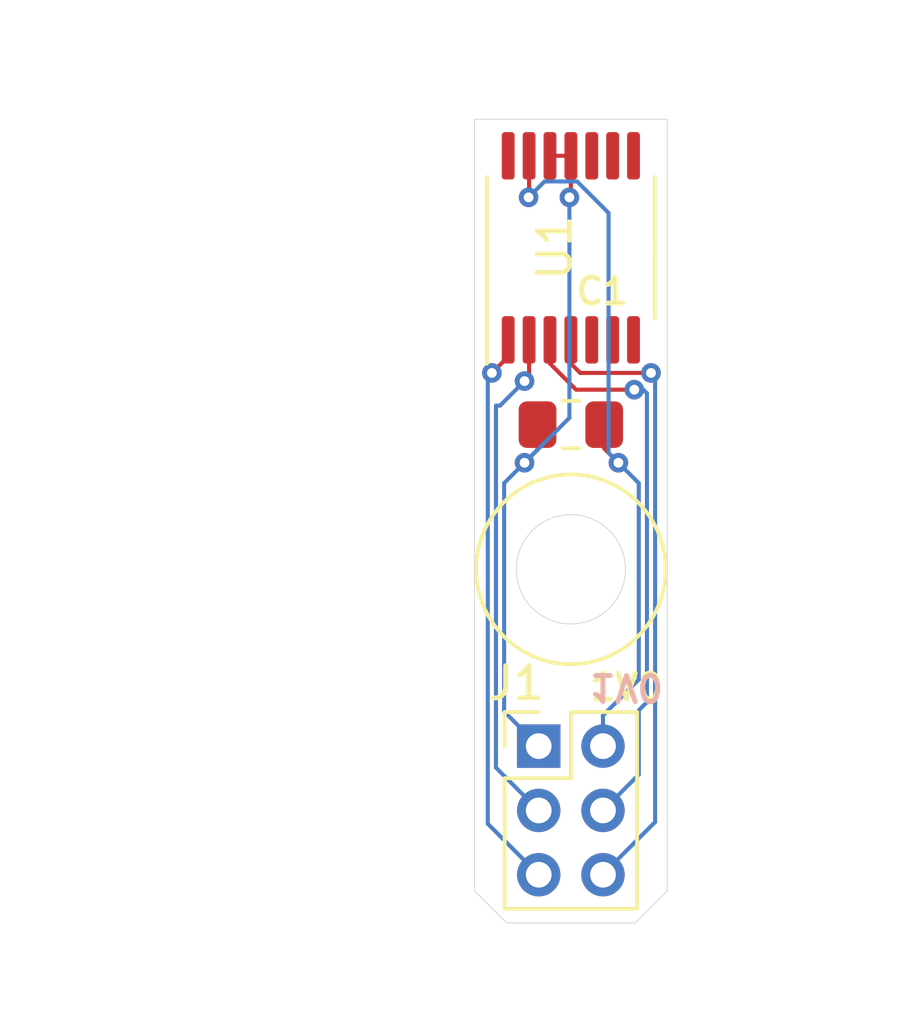
<source format=kicad_pcb>
(kicad_pcb (version 20171130) (host pcbnew "(5.1.9)-1")

  (general
    (thickness 1.6)
    (drawings 16)
    (tracks 59)
    (zones 0)
    (modules 3)
    (nets 14)
  )

  (page A4)
  (layers
    (0 F.Cu signal)
    (31 B.Cu signal)
    (32 B.Adhes user)
    (33 F.Adhes user)
    (34 B.Paste user)
    (35 F.Paste user)
    (36 B.SilkS user)
    (37 F.SilkS user)
    (38 B.Mask user)
    (39 F.Mask user)
    (40 Dwgs.User user)
    (41 Cmts.User user)
    (42 Eco1.User user)
    (43 Eco2.User user)
    (44 Edge.Cuts user)
    (45 Margin user)
    (46 B.CrtYd user hide)
    (47 F.CrtYd user hide)
    (48 B.Fab user hide)
    (49 F.Fab user)
  )

  (setup
    (last_trace_width 0.127)
    (trace_clearance 0.127)
    (zone_clearance 0.254)
    (zone_45_only no)
    (trace_min 0.127)
    (via_size 0.6096)
    (via_drill 0.3048)
    (via_min_size 0.6096)
    (via_min_drill 0.3048)
    (uvia_size 0.6096)
    (uvia_drill 0.3048)
    (uvias_allowed no)
    (uvia_min_size 0.6096)
    (uvia_min_drill 0.3048)
    (edge_width 0.0254)
    (segment_width 0.2)
    (pcb_text_width 0.3)
    (pcb_text_size 1.5 1.5)
    (mod_edge_width 0.12)
    (mod_text_size 0.8128 0.8128)
    (mod_text_width 0.1524)
    (pad_size 1.524 1.524)
    (pad_drill 0.762)
    (pad_to_mask_clearance 0)
    (aux_axis_origin 0 0)
    (visible_elements 7FFFFFFF)
    (pcbplotparams
      (layerselection 0x010fc_ffffffff)
      (usegerberextensions true)
      (usegerberattributes false)
      (usegerberadvancedattributes false)
      (creategerberjobfile false)
      (excludeedgelayer true)
      (linewidth 0.100000)
      (plotframeref false)
      (viasonmask false)
      (mode 1)
      (useauxorigin false)
      (hpglpennumber 1)
      (hpglpenspeed 20)
      (hpglpendiameter 15.000000)
      (psnegative false)
      (psa4output false)
      (plotreference true)
      (plotvalue false)
      (plotinvisibletext false)
      (padsonsilk false)
      (subtractmaskfromsilk true)
      (outputformat 1)
      (mirror false)
      (drillshape 0)
      (scaleselection 1)
      (outputdirectory "./Output/"))
  )

  (net 0 "")
  (net 1 GND)
  (net 2 +3V3)
  (net 3 CS)
  (net 4 CLK)
  (net 5 MISO)
  (net 6 MOSI)
  (net 7 "Net-(U1-Pad14)")
  (net 8 "Net-(U1-Pad10)")
  (net 9 "Net-(U1-Pad9)")
  (net 10 "Net-(U1-Pad8)")
  (net 11 "Net-(U1-Pad7)")
  (net 12 "Net-(U1-Pad6)")
  (net 13 "Net-(U1-Pad5)")

  (net_class Default "This is the default net class."
    (clearance 0.127)
    (trace_width 0.127)
    (via_dia 0.6096)
    (via_drill 0.3048)
    (uvia_dia 0.6096)
    (uvia_drill 0.3048)
    (add_net +3V3)
    (add_net CLK)
    (add_net CS)
    (add_net GND)
    (add_net MISO)
    (add_net MOSI)
    (add_net "Net-(U1-Pad10)")
    (add_net "Net-(U1-Pad14)")
    (add_net "Net-(U1-Pad5)")
    (add_net "Net-(U1-Pad6)")
    (add_net "Net-(U1-Pad7)")
    (add_net "Net-(U1-Pad8)")
    (add_net "Net-(U1-Pad9)")
  )

  (module Connector_PinHeader_2.00mm:PinHeader_2x03_P2.00mm_Vertical (layer F.Cu) (tedit 59FED667) (tstamp 60A24ECF)
    (at 147 100)
    (descr "Through hole straight pin header, 2x03, 2.00mm pitch, double rows")
    (tags "Through hole pin header THT 2x03 2.00mm double row")
    (path /60A23B11)
    (fp_text reference J1 (at -0.696 -1.956) (layer F.SilkS)
      (effects (font (size 1 1) (thickness 0.15)))
    )
    (fp_text value Conn_01x06_Male (at -10 3) (layer F.Fab)
      (effects (font (size 1 1) (thickness 0.15)))
    )
    (fp_line (start 0 -1) (end 3 -1) (layer F.Fab) (width 0.1))
    (fp_line (start 3 -1) (end 3 5) (layer F.Fab) (width 0.1))
    (fp_line (start 3 5) (end -1 5) (layer F.Fab) (width 0.1))
    (fp_line (start -1 5) (end -1 0) (layer F.Fab) (width 0.1))
    (fp_line (start -1 0) (end 0 -1) (layer F.Fab) (width 0.1))
    (fp_line (start -1.06 5.06) (end 3.06 5.06) (layer F.SilkS) (width 0.12))
    (fp_line (start -1.06 1) (end -1.06 5.06) (layer F.SilkS) (width 0.12))
    (fp_line (start 3.06 -1.06) (end 3.06 5.06) (layer F.SilkS) (width 0.12))
    (fp_line (start -1.06 1) (end 1 1) (layer F.SilkS) (width 0.12))
    (fp_line (start 1 1) (end 1 -1.06) (layer F.SilkS) (width 0.12))
    (fp_line (start 1 -1.06) (end 3.06 -1.06) (layer F.SilkS) (width 0.12))
    (fp_line (start -1.06 0) (end -1.06 -1.06) (layer F.SilkS) (width 0.12))
    (fp_line (start -1.06 -1.06) (end 0 -1.06) (layer F.SilkS) (width 0.12))
    (fp_line (start -1.5 -1.5) (end -1.5 5.5) (layer F.CrtYd) (width 0.05))
    (fp_line (start -1.5 5.5) (end 3.5 5.5) (layer F.CrtYd) (width 0.05))
    (fp_line (start 3.5 5.5) (end 3.5 -1.5) (layer F.CrtYd) (width 0.05))
    (fp_line (start 3.5 -1.5) (end -1.5 -1.5) (layer F.CrtYd) (width 0.05))
    (fp_text user %R (at 1 2 90) (layer F.Fab)
      (effects (font (size 1 1) (thickness 0.15)))
    )
    (pad 6 thru_hole oval (at 2 4) (size 1.35 1.35) (drill 0.8) (layers *.Cu *.Mask)
      (net 6 MOSI))
    (pad 5 thru_hole oval (at 0 4) (size 1.35 1.35) (drill 0.8) (layers *.Cu *.Mask)
      (net 3 CS))
    (pad 4 thru_hole oval (at 2 2) (size 1.35 1.35) (drill 0.8) (layers *.Cu *.Mask)
      (net 5 MISO))
    (pad 3 thru_hole oval (at 0 2) (size 1.35 1.35) (drill 0.8) (layers *.Cu *.Mask)
      (net 4 CLK))
    (pad 2 thru_hole oval (at 2 0) (size 1.35 1.35) (drill 0.8) (layers *.Cu *.Mask)
      (net 1 GND))
    (pad 1 thru_hole rect (at 0 0) (size 1.35 1.35) (drill 0.8) (layers *.Cu *.Mask)
      (net 2 +3V3))
    (model ${KISYS3DMOD}/Connector_PinHeader_2.00mm.3dshapes/PinHeader_2x03_P2.00mm_Vertical.wrl
      (at (xyz 0 0 0))
      (scale (xyz 1 1 1))
      (rotate (xyz 0 0 0))
    )
  )

  (module Package_SO:TSSOP-14_4.4x5mm_P0.65mm (layer F.Cu) (tedit 5E476F32) (tstamp 60A24EEF)
    (at 148 84.5 90)
    (descr "TSSOP, 14 Pin (JEDEC MO-153 Var AB-1 https://www.jedec.org/document_search?search_api_views_fulltext=MO-153), generated with kicad-footprint-generator ipc_gullwing_generator.py")
    (tags "TSSOP SO")
    (path /60A1EC7B)
    (attr smd)
    (fp_text reference U1 (at 0 -0.5 90) (layer F.SilkS)
      (effects (font (size 1 1) (thickness 0.15)))
    )
    (fp_text value AS5047D (at 0 3.45 90) (layer F.Fab)
      (effects (font (size 1 1) (thickness 0.15)))
    )
    (fp_line (start 0 2.61) (end 2.2 2.61) (layer F.SilkS) (width 0.12))
    (fp_line (start 0 2.61) (end -2.2 2.61) (layer F.SilkS) (width 0.12))
    (fp_line (start 0 -2.61) (end 2.2 -2.61) (layer F.SilkS) (width 0.12))
    (fp_line (start 0 -2.61) (end -3.6 -2.61) (layer F.SilkS) (width 0.12))
    (fp_line (start -1.2 -2.5) (end 2.2 -2.5) (layer F.Fab) (width 0.1))
    (fp_line (start 2.2 -2.5) (end 2.2 2.5) (layer F.Fab) (width 0.1))
    (fp_line (start 2.2 2.5) (end -2.2 2.5) (layer F.Fab) (width 0.1))
    (fp_line (start -2.2 2.5) (end -2.2 -1.5) (layer F.Fab) (width 0.1))
    (fp_line (start -2.2 -1.5) (end -1.2 -2.5) (layer F.Fab) (width 0.1))
    (fp_line (start -3.85 -2.75) (end -3.85 2.75) (layer F.CrtYd) (width 0.05))
    (fp_line (start -3.85 2.75) (end 3.85 2.75) (layer F.CrtYd) (width 0.05))
    (fp_line (start 3.85 2.75) (end 3.85 -2.75) (layer F.CrtYd) (width 0.05))
    (fp_line (start 3.85 -2.75) (end -3.85 -2.75) (layer F.CrtYd) (width 0.05))
    (fp_text user %R (at 0 0 90) (layer F.Fab)
      (effects (font (size 1 1) (thickness 0.15)))
    )
    (pad 14 smd roundrect (at 2.8625 -1.95 90) (size 1.475 0.4) (layers F.Cu F.Paste F.Mask) (roundrect_rratio 0.25)
      (net 7 "Net-(U1-Pad14)"))
    (pad 13 smd roundrect (at 2.8625 -1.3 90) (size 1.475 0.4) (layers F.Cu F.Paste F.Mask) (roundrect_rratio 0.25)
      (net 1 GND))
    (pad 12 smd roundrect (at 2.8625 -0.65 90) (size 1.475 0.4) (layers F.Cu F.Paste F.Mask) (roundrect_rratio 0.25)
      (net 2 +3V3))
    (pad 11 smd roundrect (at 2.8625 0 90) (size 1.475 0.4) (layers F.Cu F.Paste F.Mask) (roundrect_rratio 0.25)
      (net 2 +3V3))
    (pad 10 smd roundrect (at 2.8625 0.65 90) (size 1.475 0.4) (layers F.Cu F.Paste F.Mask) (roundrect_rratio 0.25)
      (net 8 "Net-(U1-Pad10)"))
    (pad 9 smd roundrect (at 2.8625 1.3 90) (size 1.475 0.4) (layers F.Cu F.Paste F.Mask) (roundrect_rratio 0.25)
      (net 9 "Net-(U1-Pad9)"))
    (pad 8 smd roundrect (at 2.8625 1.95 90) (size 1.475 0.4) (layers F.Cu F.Paste F.Mask) (roundrect_rratio 0.25)
      (net 10 "Net-(U1-Pad8)"))
    (pad 7 smd roundrect (at -2.8625 1.95 90) (size 1.475 0.4) (layers F.Cu F.Paste F.Mask) (roundrect_rratio 0.25)
      (net 11 "Net-(U1-Pad7)"))
    (pad 6 smd roundrect (at -2.8625 1.3 90) (size 1.475 0.4) (layers F.Cu F.Paste F.Mask) (roundrect_rratio 0.25)
      (net 12 "Net-(U1-Pad6)"))
    (pad 5 smd roundrect (at -2.8625 0.65 90) (size 1.475 0.4) (layers F.Cu F.Paste F.Mask) (roundrect_rratio 0.25)
      (net 13 "Net-(U1-Pad5)"))
    (pad 4 smd roundrect (at -2.8625 0 90) (size 1.475 0.4) (layers F.Cu F.Paste F.Mask) (roundrect_rratio 0.25)
      (net 6 MOSI))
    (pad 3 smd roundrect (at -2.8625 -0.65 90) (size 1.475 0.4) (layers F.Cu F.Paste F.Mask) (roundrect_rratio 0.25)
      (net 5 MISO))
    (pad 2 smd roundrect (at -2.8625 -1.3 90) (size 1.475 0.4) (layers F.Cu F.Paste F.Mask) (roundrect_rratio 0.25)
      (net 4 CLK))
    (pad 1 smd roundrect (at -2.8625 -1.95 90) (size 1.475 0.4) (layers F.Cu F.Paste F.Mask) (roundrect_rratio 0.25)
      (net 3 CS))
    (model ${KISYS3DMOD}/Package_SO.3dshapes/TSSOP-14_4.4x5mm_P0.65mm.wrl
      (at (xyz 0 0 0))
      (scale (xyz 1 1 1))
      (rotate (xyz 0 0 0))
    )
  )

  (module Capacitor_SMD:C_0805_2012Metric_Pad1.18x1.45mm_HandSolder (layer F.Cu) (tedit 5F68FEEF) (tstamp 60A24EC3)
    (at 148 90)
    (descr "Capacitor SMD 0805 (2012 Metric), square (rectangular) end terminal, IPC_7351 nominal with elongated pad for handsoldering. (Body size source: IPC-SM-782 page 76, https://www.pcb-3d.com/wordpress/wp-content/uploads/ipc-sm-782a_amendment_1_and_2.pdf, https://docs.google.com/spreadsheets/d/1BsfQQcO9C6DZCsRaXUlFlo91Tg2WpOkGARC1WS5S8t0/edit?usp=sharing), generated with kicad-footprint-generator")
    (tags "capacitor handsolder")
    (path /60A211CE)
    (attr smd)
    (fp_text reference C1 (at 0.971 -4.148) (layer F.SilkS)
      (effects (font (size 0.8128 0.8128) (thickness 0.1524)))
    )
    (fp_text value 100nF (at 0 1.68) (layer F.Fab)
      (effects (font (size 1 1) (thickness 0.15)))
    )
    (fp_line (start -1 0.625) (end -1 -0.625) (layer F.Fab) (width 0.1))
    (fp_line (start -1 -0.625) (end 1 -0.625) (layer F.Fab) (width 0.1))
    (fp_line (start 1 -0.625) (end 1 0.625) (layer F.Fab) (width 0.1))
    (fp_line (start 1 0.625) (end -1 0.625) (layer F.Fab) (width 0.1))
    (fp_line (start -0.261252 -0.735) (end 0.261252 -0.735) (layer F.SilkS) (width 0.12))
    (fp_line (start -0.261252 0.735) (end 0.261252 0.735) (layer F.SilkS) (width 0.12))
    (fp_line (start -1.88 0.98) (end -1.88 -0.98) (layer F.CrtYd) (width 0.05))
    (fp_line (start -1.88 -0.98) (end 1.88 -0.98) (layer F.CrtYd) (width 0.05))
    (fp_line (start 1.88 -0.98) (end 1.88 0.98) (layer F.CrtYd) (width 0.05))
    (fp_line (start 1.88 0.98) (end -1.88 0.98) (layer F.CrtYd) (width 0.05))
    (fp_text user %R (at 0 0) (layer F.Fab)
      (effects (font (size 0.5 0.5) (thickness 0.08)))
    )
    (pad 2 smd roundrect (at 1.0375 0) (size 1.175 1.45) (layers F.Cu F.Paste F.Mask) (roundrect_rratio 0.2127659574468085)
      (net 1 GND))
    (pad 1 smd roundrect (at -1.0375 0) (size 1.175 1.45) (layers F.Cu F.Paste F.Mask) (roundrect_rratio 0.2127659574468085)
      (net 2 +3V3))
    (model ${KISYS3DMOD}/Capacitor_SMD.3dshapes/C_0805_2012Metric.wrl
      (at (xyz 0 0 0))
      (scale (xyz 1 1 1))
      (rotate (xyz 0 0 0))
    )
  )

  (gr_text 1V0 (at 149.733 98.171 180) (layer B.SilkS) (tstamp 621FC923)
    (effects (font (size 0.8128 0.8128) (thickness 0.1524)) (justify mirror))
  )
  (gr_text 1V0 (at 149.733 98.171) (layer F.SilkS)
    (effects (font (size 0.8128 0.8128) (thickness 0.1524)))
  )
  (gr_line (start 146 105.5) (end 145 104.5) (layer Edge.Cuts) (width 0.0254))
  (gr_line (start 150 105.5) (end 151 104.5) (layer Edge.Cuts) (width 0.0254))
  (dimension 14 (width 0.15) (layer F.Fab)
    (gr_text "14.000 mm" (at 154.6152 87.5 90) (layer F.Fab)
      (effects (font (size 0.8128 0.8128) (thickness 0.1524)))
    )
    (feature1 (pts (xy 148 80.5) (xy 154.086421 80.5)))
    (feature2 (pts (xy 148 94.5) (xy 154.086421 94.5)))
    (crossbar (pts (xy 153.5 94.5) (xy 153.5 80.5)))
    (arrow1a (pts (xy 153.5 80.5) (xy 154.086421 81.626504)))
    (arrow1b (pts (xy 153.5 80.5) (xy 152.913579 81.626504)))
    (arrow2a (pts (xy 153.5 94.5) (xy 154.086421 93.373496)))
    (arrow2b (pts (xy 153.5 94.5) (xy 152.913579 93.373496)))
  )
  (dimension 4 (width 0.15) (layer F.Fab)
    (gr_text "4.000 mm" (at 141.8848 82.5 90) (layer F.Fab)
      (effects (font (size 0.8128 0.8128) (thickness 0.1524)))
    )
    (feature1 (pts (xy 148 80.5) (xy 142.413579 80.5)))
    (feature2 (pts (xy 148 84.5) (xy 142.413579 84.5)))
    (crossbar (pts (xy 143 84.5) (xy 143 80.5)))
    (arrow1a (pts (xy 143 80.5) (xy 143.586421 81.626504)))
    (arrow1b (pts (xy 143 80.5) (xy 142.413579 81.626504)))
    (arrow2a (pts (xy 143 84.5) (xy 143.586421 83.373496)))
    (arrow2b (pts (xy 143 84.5) (xy 142.413579 83.373496)))
  )
  (dimension 4 (width 0.15) (layer F.Fab)
    (gr_text "4.000 mm" (at 148 109.1152) (layer F.Fab)
      (effects (font (size 0.8128 0.8128) (thickness 0.1524)))
    )
    (feature1 (pts (xy 150 105) (xy 150 108.586421)))
    (feature2 (pts (xy 146 105) (xy 146 108.586421)))
    (crossbar (pts (xy 146 108) (xy 150 108)))
    (arrow1a (pts (xy 150 108) (xy 148.873496 108.586421)))
    (arrow1b (pts (xy 150 108) (xy 148.873496 107.413579)))
    (arrow2a (pts (xy 146 108) (xy 147.126504 108.586421)))
    (arrow2b (pts (xy 146 108) (xy 147.126504 107.413579)))
  )
  (dimension 6 (width 0.15) (layer F.Fab)
    (gr_text "6.000 mm" (at 153.1152 102 90) (layer F.Fab)
      (effects (font (size 0.8128 0.8128) (thickness 0.1524)))
    )
    (feature1 (pts (xy 150 99) (xy 152.586421 99)))
    (feature2 (pts (xy 150 105) (xy 152.586421 105)))
    (crossbar (pts (xy 152 105) (xy 152 99)))
    (arrow1a (pts (xy 152 99) (xy 152.586421 100.126504)))
    (arrow1b (pts (xy 152 99) (xy 151.413579 100.126504)))
    (arrow2a (pts (xy 152 105) (xy 152.586421 103.873496)))
    (arrow2b (pts (xy 152 105) (xy 151.413579 103.873496)))
  )
  (dimension 25 (width 0.15) (layer F.Fab)
    (gr_text "25.000 mm" (at 157.6152 93 270) (layer F.Fab)
      (effects (font (size 0.8128 0.8128) (thickness 0.1524)))
    )
    (feature1 (pts (xy 151 105.5) (xy 157.086421 105.5)))
    (feature2 (pts (xy 151 80.5) (xy 157.086421 80.5)))
    (crossbar (pts (xy 156.5 80.5) (xy 156.5 105.5)))
    (arrow1a (pts (xy 156.5 105.5) (xy 155.913579 104.373496)))
    (arrow1b (pts (xy 156.5 105.5) (xy 157.086421 104.373496)))
    (arrow2a (pts (xy 156.5 80.5) (xy 155.913579 81.626504)))
    (arrow2b (pts (xy 156.5 80.5) (xy 157.086421 81.626504)))
  )
  (dimension 6 (width 0.15) (layer F.Fab)
    (gr_text "6.000 mm" (at 148 77.3848) (layer F.Fab)
      (effects (font (size 0.8128 0.8128) (thickness 0.1524)))
    )
    (feature1 (pts (xy 151 80.5) (xy 151 77.913579)))
    (feature2 (pts (xy 145 80.5) (xy 145 77.913579)))
    (crossbar (pts (xy 145 78.5) (xy 151 78.5)))
    (arrow1a (pts (xy 151 78.5) (xy 149.873496 79.086421)))
    (arrow1b (pts (xy 151 78.5) (xy 149.873496 77.913579)))
    (arrow2a (pts (xy 145 78.5) (xy 146.126504 79.086421)))
    (arrow2b (pts (xy 145 78.5) (xy 146.126504 77.913579)))
  )
  (gr_line (start 145 104.5) (end 145 80.5) (layer Edge.Cuts) (width 0.0254) (tstamp 60A25619))
  (gr_line (start 150 105.5) (end 146 105.5) (layer Edge.Cuts) (width 0.0254))
  (gr_line (start 151 80.5) (end 151 104.5) (layer Edge.Cuts) (width 0.0254))
  (gr_circle (center 148 94.5) (end 150.95 94.5) (layer F.SilkS) (width 0.12))
  (gr_circle (center 148 94.5) (end 149.7 94.5) (layer Edge.Cuts) (width 0.0254) (tstamp 60A255E0))
  (gr_line (start 145 80.5) (end 151 80.5) (layer Edge.Cuts) (width 0.0254))

  (via (at 146.685 82.931) (size 0.6096) (drill 0.3048) (layers F.Cu B.Cu) (net 1))
  (segment (start 146.7 82.916) (end 146.685 82.931) (width 0.127) (layer F.Cu) (net 1))
  (segment (start 146.7 81.6375) (end 146.7 82.916) (width 0.127) (layer F.Cu) (net 1))
  (via (at 149.479 91.186) (size 0.6096) (drill 0.3048) (layers F.Cu B.Cu) (net 1))
  (segment (start 149.0375 90.7445) (end 149.479 91.186) (width 0.127) (layer F.Cu) (net 1))
  (segment (start 149.0375 90) (end 149.0375 90.7445) (width 0.127) (layer F.Cu) (net 1))
  (segment (start 149.479 91.186) (end 150.114 91.821) (width 0.127) (layer B.Cu) (net 1))
  (segment (start 149 99.045406) (end 149 100) (width 0.127) (layer B.Cu) (net 1))
  (segment (start 150.114 97.931406) (end 149 99.045406) (width 0.127) (layer B.Cu) (net 1))
  (segment (start 150.114 91.821) (end 150.114 97.931406) (width 0.127) (layer B.Cu) (net 1))
  (segment (start 147.180301 82.435699) (end 146.685 82.931) (width 0.127) (layer B.Cu) (net 1))
  (segment (start 148.192745 82.435699) (end 147.180301 82.435699) (width 0.127) (layer B.Cu) (net 1))
  (segment (start 149.174201 83.417155) (end 148.192745 82.435699) (width 0.127) (layer B.Cu) (net 1))
  (segment (start 149.174201 90.881201) (end 149.174201 83.417155) (width 0.127) (layer B.Cu) (net 1))
  (segment (start 149.479 91.186) (end 149.174201 90.881201) (width 0.127) (layer B.Cu) (net 1))
  (via (at 147.955 82.931) (size 0.6096) (drill 0.3048) (layers F.Cu B.Cu) (net 2))
  (segment (start 148 82.886) (end 147.955 82.931) (width 0.127) (layer F.Cu) (net 2))
  (segment (start 148 81.6375) (end 148 82.886) (width 0.127) (layer F.Cu) (net 2))
  (via (at 146.558 91.186) (size 0.6096) (drill 0.3048) (layers F.Cu B.Cu) (net 2))
  (segment (start 146.9625 90.7815) (end 146.558 91.186) (width 0.127) (layer F.Cu) (net 2))
  (segment (start 146.9625 90) (end 146.9625 90.7815) (width 0.127) (layer F.Cu) (net 2))
  (segment (start 147.955 89.789) (end 147.955 82.931) (width 0.127) (layer B.Cu) (net 2))
  (segment (start 146.558 91.186) (end 147.955 89.789) (width 0.127) (layer B.Cu) (net 2))
  (segment (start 146.558 91.186) (end 145.923 91.821) (width 0.127) (layer B.Cu) (net 2))
  (segment (start 145.923 98.923) (end 147 100) (width 0.127) (layer B.Cu) (net 2))
  (segment (start 145.923 91.821) (end 145.923 98.923) (width 0.127) (layer B.Cu) (net 2))
  (segment (start 147.35 81.6375) (end 148 81.6375) (width 0.127) (layer F.Cu) (net 2))
  (segment (start 145.414989 102.414989) (end 146.325001 103.325001) (width 0.127) (layer B.Cu) (net 3))
  (segment (start 146.325001 103.325001) (end 147 104) (width 0.127) (layer B.Cu) (net 3))
  (via (at 145.542 88.392) (size 0.6096) (drill 0.3048) (layers F.Cu B.Cu) (net 3))
  (segment (start 146.05 87.884) (end 145.542 88.392) (width 0.127) (layer F.Cu) (net 3))
  (segment (start 146.05 87.3625) (end 146.05 87.884) (width 0.127) (layer F.Cu) (net 3))
  (segment (start 145.414989 88.519011) (end 145.414989 88.773011) (width 0.127) (layer B.Cu) (net 3))
  (segment (start 145.542 88.392) (end 145.414989 88.519011) (width 0.127) (layer B.Cu) (net 3))
  (segment (start 145.414989 88.773011) (end 145.414989 102.414989) (width 0.127) (layer B.Cu) (net 3))
  (segment (start 145.669 100.669) (end 147 102) (width 0.127) (layer B.Cu) (net 4))
  (segment (start 145.669 89.408) (end 145.669 100.669) (width 0.127) (layer B.Cu) (net 4))
  (segment (start 146.7 87.3625) (end 146.7 88.377) (width 0.127) (layer F.Cu) (net 4))
  (via (at 146.558 88.646) (size 0.6096) (drill 0.3048) (layers F.Cu B.Cu) (net 4))
  (segment (start 146.7 88.504) (end 146.558 88.646) (width 0.127) (layer F.Cu) (net 4))
  (segment (start 146.7 88.377) (end 146.7 88.504) (width 0.127) (layer F.Cu) (net 4))
  (segment (start 145.796 89.408) (end 145.669 89.408) (width 0.127) (layer B.Cu) (net 4))
  (segment (start 146.558 88.646) (end 145.796 89.408) (width 0.127) (layer B.Cu) (net 4))
  (via (at 149.974144 88.912856) (size 0.6096) (drill 0.3048) (layers F.Cu B.Cu) (net 5))
  (segment (start 148.162856 88.912856) (end 149.974144 88.912856) (width 0.127) (layer F.Cu) (net 5))
  (segment (start 147.35 88.1) (end 148.162856 88.912856) (width 0.127) (layer F.Cu) (net 5))
  (segment (start 147.35 87.3625) (end 147.35 88.1) (width 0.127) (layer F.Cu) (net 5))
  (segment (start 150.114 100.886) (end 149 102) (width 0.127) (layer B.Cu) (net 5))
  (segment (start 150.114 98.886) (end 150.114 100.886) (width 0.127) (layer B.Cu) (net 5))
  (segment (start 150.368 98.632) (end 150.114 98.886) (width 0.127) (layer B.Cu) (net 5))
  (segment (start 150.368 89.027) (end 150.368 98.632) (width 0.127) (layer B.Cu) (net 5))
  (segment (start 150.114 88.773) (end 150.368 89.027) (width 0.127) (layer B.Cu) (net 5))
  (segment (start 148 88.1) (end 148.292 88.392) (width 0.127) (layer F.Cu) (net 6))
  (segment (start 148 87.3625) (end 148 88.1) (width 0.127) (layer F.Cu) (net 6))
  (via (at 150.495 88.392) (size 0.6096) (drill 0.3048) (layers F.Cu B.Cu) (net 6))
  (segment (start 148.292 88.392) (end 150.495 88.392) (width 0.127) (layer F.Cu) (net 6))
  (segment (start 150.622 102.362) (end 149 103.984) (width 0.127) (layer B.Cu) (net 6))
  (segment (start 150.622 88.519) (end 150.622 102.362) (width 0.127) (layer B.Cu) (net 6))
  (segment (start 150.495 88.392) (end 150.622 88.519) (width 0.127) (layer B.Cu) (net 6))

)

</source>
